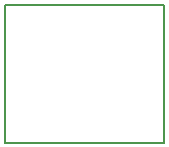
<source format=gko>
G04 #@! TF.FileFunction,Profile,NP*
%FSLAX46Y46*%
G04 Gerber Fmt 4.6, Leading zero omitted, Abs format (unit mm)*
G04 Created by KiCad (PCBNEW 4.0.3+e1-6302~38~ubuntu14.04.1-stable) date Tue Aug 30 12:55:10 2016*
%MOMM*%
%LPD*%
G01*
G04 APERTURE LIST*
%ADD10C,0.100000*%
%ADD11C,0.150000*%
G04 APERTURE END LIST*
D10*
D11*
X154432000Y-115062000D02*
X154432000Y-114808000D01*
X140970000Y-115062000D02*
X154432000Y-115062000D01*
X140970000Y-103378000D02*
X140970000Y-115062000D01*
X154432000Y-103378000D02*
X140970000Y-103378000D01*
X154432000Y-114808000D02*
X154432000Y-103378000D01*
M02*

</source>
